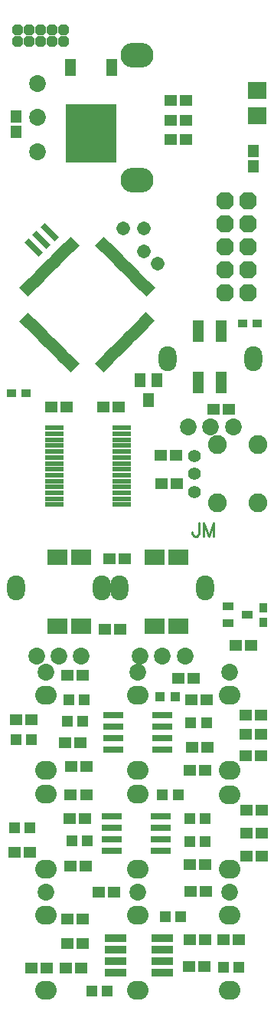
<source format=gts>
G04 DipTrace 3.2.0.1*
G04 Mwarp.GTS*
%MOIN*%
G04 #@! TF.FileFunction,Soldermask,Top*
G04 #@! TF.Part,Single*
%AMOUTLINE10*
4,1,4,
-0.023685,0.025654,
0.023685,0.025654,
0.023685,-0.025654,
-0.023685,-0.025654,
-0.023685,0.025654,
0*%
%AMOUTLINE13*
4,1,4,
-0.025654,-0.023685,
-0.025654,0.023685,
0.025654,0.023685,
0.025654,-0.023685,
-0.025654,-0.023685,
0*%
%AMOUTLINE16*
4,1,4,
0.025654,0.023685,
0.025654,-0.023685,
-0.025654,-0.023685,
-0.025654,0.023685,
0.025654,0.023685,
0*%
%AMOUTLINE28*
4,1,4,
-0.04337,-0.033528,
0.04337,-0.033528,
0.04337,0.033528,
-0.04337,0.033528,
-0.04337,-0.033528,
0*%
%AMOUTLINE31*
4,1,4,
-0.023685,-0.031559,
0.023685,-0.031559,
0.023685,0.031559,
-0.023685,0.031559,
-0.023685,-0.031559,
0*%
%AMOUTLINE34*
4,1,4,
-0.023685,-0.035496,
0.023685,-0.035496,
0.023685,0.035496,
-0.023685,0.035496,
-0.023685,-0.035496,
0*%
%AMOUTLINE37*
4,1,4,
-0.110299,-0.126047,
0.110299,-0.126047,
0.110299,0.126047,
-0.110299,0.126047,
-0.110299,-0.126047,
0*%
%AMOUTLINE40*
4,1,4,
0.023685,-0.01778,
0.023685,0.01778,
-0.023685,0.01778,
-0.023685,-0.01778,
0.023685,-0.01778,
0*%
%AMOUTLINE43*
4,1,4,
0.012528,-0.026536,
0.026536,-0.012528,
-0.012528,0.026536,
-0.026536,0.012528,
0.012528,-0.026536,
0*%
%AMOUTLINE46*
4,1,4,
0.026536,0.012528,
0.012528,0.026536,
-0.026536,-0.012528,
-0.012528,-0.026536,
0.026536,0.012528,
0*%
%AMOUTLINE49*
4,1,4,
-0.012528,0.026536,
-0.026536,0.012528,
0.012528,-0.026536,
0.026536,-0.012528,
-0.012528,0.026536,
0*%
%AMOUTLINE52*
4,1,4,
-0.026536,-0.012528,
-0.012528,-0.026536,
0.026536,0.012528,
0.012528,0.026536,
-0.026536,-0.012528,
0*%
%AMOUTLINE55*
4,1,4,
0.0415,0.0115,
-0.0415,0.0115,
-0.0415,-0.0115,
0.0415,-0.0115,
0.0415,0.0115,
0*%
%AMOUTLINE58*
4,1,4,
-0.047307,0.015811,
-0.047307,-0.015811,
0.047307,-0.015811,
0.047307,0.015811,
-0.047307,0.015811,
0*%
%AMOUTLINE61*
4,1,8,
-0.024325,0.010075,
-0.010075,0.024325,
0.010075,0.024325,
0.024325,0.010075,
0.024325,-0.010075,
0.010075,-0.024325,
-0.010075,-0.024325,
-0.024325,-0.010075,
-0.024325,0.010075,
0*%
%AMOUTLINE64*
4,1,8,
-0.015816,-0.038184,
-0.038184,-0.015816,
-0.038184,0.015816,
-0.015816,0.038184,
0.015816,0.038184,
0.038184,0.015816,
0.038184,-0.015816,
0.015816,-0.038184,
-0.015816,-0.038184,
0*%
%AMOUTLINE67*
4,1,4,
-0.020732,-0.01778,
0.020732,-0.01778,
0.020732,0.01778,
-0.020732,0.01778,
-0.020732,-0.01778,
0*%
%AMOUTLINE70*
4,1,4,
-0.01778,0.020732,
-0.01778,-0.020732,
0.01778,-0.020732,
0.01778,0.020732,
-0.01778,0.020732,
0*%
%AMOUTLINE76*
4,1,4,
0.039492,-0.035496,
0.039492,0.035496,
-0.039492,0.035496,
-0.039492,-0.035496,
0.039492,-0.035496,
0*%
%AMOUTLINE79*
4,1,36,
0.029015,0.0,
0.028575,0.005039,
0.027265,0.009923,
0.025128,0.014508,
0.022227,0.018651,
0.018651,0.022227,
0.014508,0.025128,
0.009923,0.027265,
0.005039,0.028575,
0.0,0.029015,
-0.005039,0.028575,
-0.009923,0.027265,
-0.014508,0.025128,
-0.018651,0.022227,
-0.022227,0.018651,
-0.025128,0.014508,
-0.027265,0.009923,
-0.028575,0.005039,
-0.029015,0.0,
-0.028575,-0.005039,
-0.027265,-0.009923,
-0.025128,-0.014508,
-0.022227,-0.018651,
-0.018651,-0.022227,
-0.014508,-0.025128,
-0.009923,-0.027265,
-0.005039,-0.028575,
0.0,-0.029015,
0.005039,-0.028575,
0.009923,-0.027265,
0.014508,-0.025128,
0.018651,-0.022227,
0.022227,-0.018651,
0.025128,-0.014508,
0.027265,-0.009923,
0.028575,-0.005039,
0.029015,0.0,
0*%
%AMOUTLINE82*
4,1,4,
-0.039064,0.022272,
-0.022272,0.039064,
0.039064,-0.022272,
0.022272,-0.039064,
-0.039064,0.022272,
0*%
%ADD31R,0.043307X0.03937*%
%ADD56R,0.08674X0.031622*%
%ADD58C,0.082*%
%ADD60O,0.078X0.108*%
%ADD62C,0.055559*%
%ADD68R,0.051307X0.04737*%
%ADD70R,0.04737X0.094614*%
%ADD72O,0.093X0.083*%
%ADD74O,0.143X0.108*%
%ADD76C,0.073*%
%ADD91OUTLINE10*%
%ADD94OUTLINE13*%
%ADD97OUTLINE16*%
%ADD109OUTLINE28*%
%ADD112OUTLINE31*%
%ADD115OUTLINE34*%
%ADD118OUTLINE37*%
%ADD121OUTLINE40*%
%ADD124OUTLINE43*%
%ADD127OUTLINE46*%
%ADD130OUTLINE49*%
%ADD133OUTLINE52*%
%ADD136OUTLINE55*%
%ADD139OUTLINE58*%
%ADD142OUTLINE61*%
%ADD145OUTLINE64*%
%ADD148OUTLINE67*%
%ADD151OUTLINE70*%
%ADD157OUTLINE76*%
%ADD160OUTLINE79*%
%ADD163OUTLINE82*%
%ADD80C,0.009264*%
%FSLAX26Y26*%
G04*
G70*
G90*
G75*
G01*
G04 TopMask*
%LPD*%
D76*
X550930Y4096502D3*
Y4244140D3*
Y4391778D3*
D74*
X984001Y4514612D3*
Y3973667D3*
D72*
X587889Y975889D3*
Y1300889D3*
D76*
Y875889D3*
D72*
Y774889D3*
Y449889D3*
D76*
Y874889D3*
D70*
X1251889Y3092140D3*
X1351889D3*
Y3316943D3*
X1251889D3*
D91*
X1491889Y4098140D3*
Y4031211D3*
D94*
X883889Y876140D3*
X816960D3*
D97*
X1287889Y1712889D3*
X1220960D3*
D68*
X681640Y1619140D3*
X748569D3*
D91*
X456640Y4250389D3*
Y4183460D3*
D31*
X1083460Y1725389D3*
X1150389D3*
D97*
X689711Y1194140D3*
X756640D3*
D68*
X1095960Y1300389D3*
X1162889D3*
X1279818Y1094140D3*
X1212889D3*
D97*
X1316925Y2975389D3*
X1383854D3*
X681640Y1819140D3*
X748569D3*
D109*
X637889Y2331640D3*
X740251D3*
D97*
X1162889Y1806640D3*
X1229818D3*
D68*
X854818Y444389D3*
X787889D3*
D94*
X1277604Y552604D3*
X1210675D3*
D109*
X1061708Y2032821D3*
X1164070D3*
D94*
X679425Y652604D3*
X746354D3*
D109*
X637889Y2031640D3*
X740251D3*
D68*
X1173569Y769140D3*
X1106640D3*
D109*
X1061708Y2332821D3*
X1164070D3*
D97*
X1525389Y1562889D3*
X1458460D3*
X1527604Y1031640D3*
X1460675D3*
D112*
X1071889Y3102140D3*
X997086D3*
X1034487Y3015526D3*
D115*
X875389Y4462889D3*
X695862D3*
D118*
X785625Y4175487D3*
D121*
X1379389Y2119140D3*
Y2044337D3*
X1466003Y2081738D3*
D124*
X706638Y3700389D3*
X692720Y3686470D3*
X678800Y3672550D3*
X664881Y3658631D3*
X650961Y3644712D3*
X637041Y3630792D3*
X623123Y3616873D3*
X609203Y3602953D3*
X595284Y3589033D3*
X581364Y3575115D3*
X567444Y3561195D3*
X553526Y3547276D3*
X539606Y3533356D3*
X525687Y3519436D3*
X511767Y3505518D3*
X497847Y3491598D3*
D127*
X498554Y3370571D3*
X512474Y3356652D3*
X526393Y3342733D3*
X540313Y3328813D3*
X554233Y3314893D3*
X568152Y3300974D3*
X582071Y3287054D3*
X595990Y3273136D3*
X609910Y3259216D3*
X623830Y3245296D3*
X637749Y3231377D3*
X651669Y3217457D3*
X665587Y3203539D3*
X679507Y3189619D3*
X693427Y3175699D3*
X707346Y3161780D3*
D130*
X826959Y3162487D3*
X840879Y3176406D3*
X854797Y3190326D3*
X868717Y3204245D3*
X882636Y3218165D3*
X896556Y3232085D3*
X910476Y3246003D3*
X924394Y3259923D3*
X938314Y3273842D3*
X952233Y3287762D3*
X966153Y3301682D3*
X980073Y3315600D3*
X993991Y3329520D3*
X1007911Y3343439D3*
X1021830Y3357359D3*
X1035750Y3371279D3*
D133*
X1037165Y3491598D3*
X1023245Y3505518D3*
X1009325Y3519436D3*
X995406Y3533356D3*
X981486Y3547276D3*
X967568Y3561195D3*
X953648Y3575115D3*
X939728Y3589033D3*
X925809Y3602953D3*
X911889Y3616873D3*
X897970Y3630792D3*
X884050Y3644712D3*
X870131Y3658631D3*
X856212Y3672550D3*
X842292Y3686470D3*
X828373Y3700389D3*
D136*
X623138Y2894140D3*
Y2868549D3*
Y2842959D3*
Y2817368D3*
Y2791778D3*
Y2766187D3*
Y2740596D3*
Y2715006D3*
Y2689415D3*
Y2663825D3*
Y2638234D3*
Y2612644D3*
Y2587053D3*
Y2561463D3*
X918587D3*
Y2587053D3*
Y2612644D3*
Y2638234D3*
Y2663825D3*
Y2689415D3*
Y2715006D3*
Y2740596D3*
Y2766187D3*
Y2791778D3*
Y2817368D3*
Y2842959D3*
Y2868549D3*
Y2894140D3*
D139*
X1094140Y525389D3*
Y575389D3*
Y625389D3*
Y675389D3*
X889415D3*
Y625389D3*
Y575389D3*
Y525389D3*
D72*
X1387889Y975640D3*
Y1300640D3*
D76*
Y875640D3*
D72*
X987889Y975889D3*
Y1300889D3*
D76*
Y875889D3*
D142*
X662889Y4625389D3*
Y4575390D3*
X612889Y4625389D3*
Y4575390D3*
X562889Y4625389D3*
Y4575390D3*
X512889Y4625389D3*
Y4575390D3*
X462889Y4625389D3*
Y4575390D3*
D145*
X1369140Y3882140D3*
X1469140D3*
X1369140Y3782140D3*
X1469140D3*
X1369140Y3682140D3*
X1469140D3*
X1369140Y3582140D3*
X1469140D3*
X1369140Y3482140D3*
X1469140D3*
D148*
X1507889Y3350140D3*
X1444897D3*
X499889Y3044140D3*
X436897D3*
D151*
X1535889Y2050140D3*
Y2113132D3*
D62*
X1235380Y2772880D3*
Y2694140D3*
Y2615400D3*
D76*
X1193389Y1903140D3*
X1095389Y1902864D3*
X997389Y1903140D3*
D60*
X908389Y2198140D3*
X1282389D3*
D76*
X742389Y1903140D3*
X644389Y1902864D3*
X546389Y1903140D3*
D60*
X457389Y2198140D3*
X831389D3*
D72*
X987889Y1731140D3*
Y1406140D3*
D76*
Y1831140D3*
D72*
X587889Y1731140D3*
Y1406140D3*
D76*
Y1831140D3*
D72*
X1387889Y774889D3*
Y449889D3*
D76*
Y874889D3*
D72*
X987889Y774889D3*
Y449889D3*
D76*
Y874889D3*
X1403043Y2899461D3*
X1305043Y2899186D3*
X1207043Y2899461D3*
D60*
X1118043Y3194461D3*
X1492043D3*
D72*
X1387889Y1731140D3*
Y1406140D3*
D76*
Y1831140D3*
D157*
X1506640Y4362889D3*
Y4250921D3*
D94*
X1196354Y4231640D3*
X1129425D3*
X1196354Y4319140D3*
X1129425D3*
X1196354Y4150389D3*
X1129425D3*
D97*
X1482354Y1948175D3*
X1415425D3*
X1281640Y1406640D3*
X1214711D3*
D68*
X687889Y1712889D3*
X754818D3*
D97*
X1290104Y1504425D3*
X1223175D3*
X698175Y1423175D3*
X765104D3*
D68*
X1219140Y1612889D3*
X1286069D3*
D97*
X737889Y1525389D3*
X670960D3*
D68*
X767318Y1100389D3*
X700389D3*
D97*
X1214711Y994140D3*
X1281640D3*
X695960Y1300389D3*
X762889D3*
D68*
X1281640Y1194140D3*
X1214711D3*
D94*
X694140Y987889D3*
X761069D3*
X1283854Y877604D3*
X1216925D3*
D97*
X1091889Y2652140D3*
X1158818D3*
X1087889Y2775389D3*
X1154818D3*
D94*
X677889Y2984140D3*
X610960D3*
D97*
X836425D3*
X903354D3*
D94*
X931640Y2325389D3*
X864711D3*
X1281640Y669140D3*
X1214711D3*
D97*
X1361889Y670140D3*
X1428818D3*
X742318Y544140D3*
X675389D3*
X456640Y1625389D3*
X523569D3*
X911069Y2019140D3*
X844140D3*
X679425Y758854D3*
X746354D3*
D68*
X456640Y1537889D3*
X523569D3*
D94*
X1456640Y1644140D3*
X1523569D3*
D97*
X1525389Y1469140D3*
X1458460D3*
X1527604Y1231640D3*
X1460675D3*
D94*
Y1131640D3*
X1527604D3*
D68*
X517318Y1156640D3*
X450389D3*
D97*
X519140Y1050389D3*
X452211D3*
D68*
X1427604Y550389D3*
X1360675D3*
D97*
X523175Y544140D3*
X590104D3*
D58*
X1511140Y2567640D3*
Y2823640D3*
X1333140Y2567640D3*
Y2823640D3*
D160*
X925389Y3762889D3*
X1012889D3*
Y3662889D3*
X1073889Y3610140D3*
D56*
X881640Y1644140D3*
Y1594140D3*
Y1544140D3*
Y1494140D3*
X1094238D3*
Y1544140D3*
Y1594140D3*
Y1644140D3*
X875389Y1206640D3*
Y1156640D3*
Y1106640D3*
Y1056640D3*
X1087987D3*
Y1106640D3*
Y1156640D3*
Y1206640D3*
D163*
X602732Y3746481D3*
X569140Y3712889D3*
X535548Y3679297D3*
X1254608Y2482421D2*
D80*
Y2436525D1*
X1251756Y2427903D1*
X1248838Y2425051D1*
X1243134Y2422133D1*
X1237364D1*
X1231660Y2425051D1*
X1228808Y2427903D1*
X1225890Y2436525D1*
Y2442229D1*
X1319031Y2422133D2*
Y2482421D1*
X1296083Y2422133D1*
X1273135Y2482421D1*
Y2422133D1*
M02*

</source>
